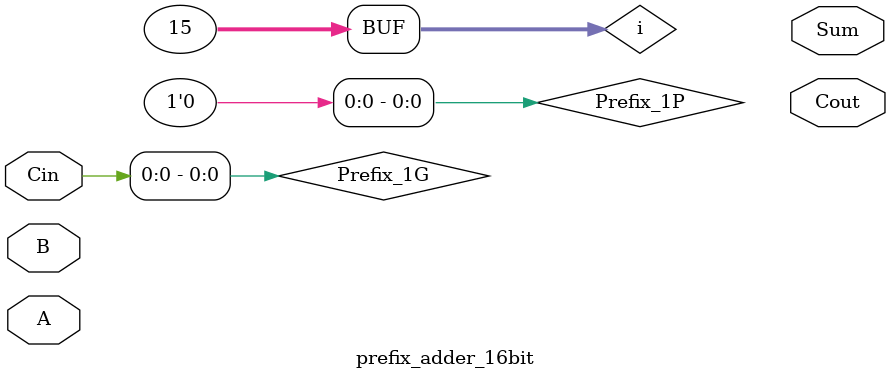
<source format=v>
/**********************************************************
// Copyright @ 2021 H. All rights reserved
// Contact with e611hx@gmail.com
============================================================
>> Author   : H
>> Date     : 2021-11-14
>> Filename    : prefix_adder_16bit.v
>> Modulename  : prefix_adder_16bit
>> Description : 
>> Version  : 1.0
************************************************************/

module prefix_adder_16bit(
    // User Interface
    input   [15:0]  A,
    input   [15:0]  B,
    input           Cin,

    output  [15:0]  Sum,
    output          Cout
);

    wire [15:0] P,G;
    wire [7:0]  Prefix_1G,Prefix_1P;
    integer i = 0;
/*******************************************************************************
 *                                 Main Code
*******************************************************************************/
    assign G = A & B;
    assign P = A ^ B;

    assign Prefix_1G[0] = Cin;
    assign Prefix_1P[0] = 1'b0;
    always @(*) begin
        for (i = 1; i <= 13; i = i + 2) begin
            Prefix_1P[(i + 1)/2] = P[i] & P[i + 1];
            Prefix_1G[(i + 1)/2] = G[i] | (G[i - 1] & P[i]);
        end
    end


endmodule
</source>
